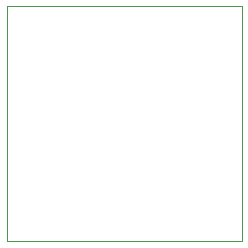
<source format=gm1>
G04 #@! TF.GenerationSoftware,KiCad,Pcbnew,9.0.0*
G04 #@! TF.CreationDate,2025-03-15T13:02:57+01:00*
G04 #@! TF.ProjectId,snowpixel,736e6f77-7069-4786-956c-2e6b69636164,rev?*
G04 #@! TF.SameCoordinates,Original*
G04 #@! TF.FileFunction,Profile,NP*
%FSLAX46Y46*%
G04 Gerber Fmt 4.6, Leading zero omitted, Abs format (unit mm)*
G04 Created by KiCad (PCBNEW 9.0.0) date 2025-03-15 13:02:57*
%MOMM*%
%LPD*%
G01*
G04 APERTURE LIST*
G04 #@! TA.AperFunction,Profile*
%ADD10C,0.100000*%
G04 #@! TD*
G04 APERTURE END LIST*
D10*
X108400000Y-50250000D02*
X128300000Y-50250000D01*
X128300000Y-70150000D01*
X108400000Y-70150000D01*
X108400000Y-50250000D01*
M02*

</source>
